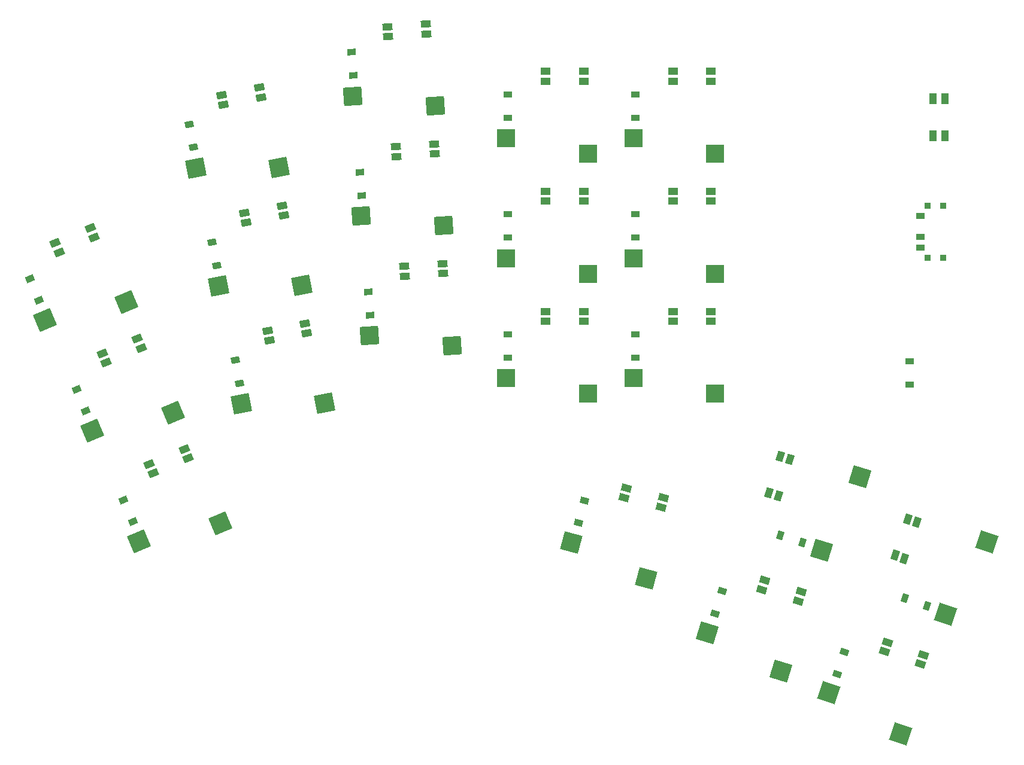
<source format=gbr>
%TF.GenerationSoftware,KiCad,Pcbnew,9.0.5*%
%TF.CreationDate,2025-11-08T17:13:18+10:00*%
%TF.ProjectId,badWingsLeft,62616457-696e-4677-934c-6566742e6b69,v1.0.0*%
%TF.SameCoordinates,Original*%
%TF.FileFunction,Paste,Bot*%
%TF.FilePolarity,Positive*%
%FSLAX46Y46*%
G04 Gerber Fmt 4.6, Leading zero omitted, Abs format (unit mm)*
G04 Created by KiCad (PCBNEW 9.0.5) date 2025-11-08 17:13:18*
%MOMM*%
%LPD*%
G01*
G04 APERTURE LIST*
G04 Aperture macros list*
%AMRotRect*
0 Rectangle, with rotation*
0 The origin of the aperture is its center*
0 $1 length*
0 $2 width*
0 $3 Rotation angle, in degrees counterclockwise*
0 Add horizontal line*
21,1,$1,$2,0,0,$3*%
G04 Aperture macros list end*
%ADD10R,0.900000X0.900000*%
%ADD11R,1.250000X0.900000*%
%ADD12RotRect,2.600000X2.600000X184.000000*%
%ADD13R,1.000000X1.550000*%
%ADD14RotRect,2.600000X2.600000X203.000000*%
%ADD15RotRect,2.600000X2.600000X191.000000*%
%ADD16RotRect,2.600000X2.600000X165.000000*%
%ADD17R,2.600000X2.600000*%
%ADD18RotRect,2.600000X2.600000X253.000000*%
%ADD19RotRect,2.600000X2.600000X163.000000*%
%ADD20RotRect,2.600000X2.600000X251.000000*%
%ADD21RotRect,2.600000X2.600000X161.000000*%
%ADD22RotRect,0.900000X1.200000X251.000000*%
%ADD23R,1.200000X0.900000*%
%ADD24RotRect,1.400000X1.000000X191.000000*%
%ADD25R,1.400000X1.000000*%
%ADD26RotRect,1.400000X1.000000X203.000000*%
%ADD27RotRect,0.900000X1.200000X281.000000*%
%ADD28RotRect,1.400000X1.000000X165.000000*%
%ADD29RotRect,0.900000X1.200000X274.000000*%
%ADD30RotRect,1.400000X1.000000X253.000000*%
%ADD31RotRect,0.900000X1.200000X341.000000*%
%ADD32RotRect,1.400000X1.000000X161.000000*%
%ADD33RotRect,1.400000X1.000000X184.000000*%
%ADD34RotRect,1.400000X1.000000X163.000000*%
%ADD35RotRect,0.900000X1.200000X293.000000*%
%ADD36RotRect,0.900000X1.200000X343.000000*%
%ADD37RotRect,0.900000X1.200000X253.000000*%
%ADD38RotRect,0.900000X1.200000X255.000000*%
%ADD39RotRect,1.400000X1.000000X251.000000*%
G04 APERTURE END LIST*
D10*
%TO.C,T1*%
X183854703Y-143672470D03*
X181654714Y-143672470D03*
X183854702Y-151072472D03*
X181654713Y-151072472D03*
D11*
X180679707Y-145122471D03*
X180679708Y-148122472D03*
X180679708Y-149622471D03*
%TD*%
D12*
%TO.C,S8*%
X113272052Y-146535500D03*
X101596724Y-145146542D03*
%TD*%
D13*
%TO.C,B1*%
X184144707Y-128547483D03*
X184144707Y-133797483D03*
X182444707Y-128547483D03*
X182444707Y-133797483D03*
%TD*%
D14*
%TO.C,S1*%
X81683039Y-188677293D03*
X70191598Y-191165126D03*
%TD*%
D15*
%TO.C,S4*%
X96441532Y-171682037D03*
X84683962Y-171726302D03*
%TD*%
%TO.C,S6*%
X89954036Y-138306701D03*
X78196466Y-138350966D03*
%TD*%
D16*
%TO.C,S16*%
X141898160Y-196467351D03*
X131311119Y-191352947D03*
%TD*%
D15*
%TO.C,S5*%
X93197795Y-154994365D03*
X81440225Y-155038630D03*
%TD*%
D12*
%TO.C,S7*%
X114457930Y-163494091D03*
X102782602Y-162105133D03*
%TD*%
D14*
%TO.C,S3*%
X68398167Y-157380138D03*
X56906726Y-159867971D03*
%TD*%
D17*
%TO.C,S13*%
X151649713Y-170322470D03*
X140099715Y-168122470D03*
%TD*%
D18*
%TO.C,S18*%
X172157038Y-182054906D03*
X166676268Y-192457007D03*
%TD*%
D17*
%TO.C,S14*%
X151649705Y-153322487D03*
X140099707Y-151122487D03*
%TD*%
%TO.C,S15*%
X151649711Y-136322482D03*
X140099713Y-134122482D03*
%TD*%
D12*
%TO.C,S9*%
X112086210Y-129576906D03*
X100410882Y-128187948D03*
%TD*%
D17*
%TO.C,S12*%
X133649721Y-136322471D03*
X122099723Y-134122471D03*
%TD*%
%TO.C,S11*%
X133649727Y-153322465D03*
X122099729Y-151122465D03*
%TD*%
D19*
%TO.C,S17*%
X160937403Y-209603359D03*
X150535302Y-204122589D03*
%TD*%
D14*
%TO.C,S2*%
X75040601Y-173028725D03*
X63549160Y-175516558D03*
%TD*%
D20*
%TO.C,S20*%
X190054503Y-191314300D03*
X184214044Y-201518790D03*
%TD*%
D17*
%TO.C,S10*%
X133649708Y-170322462D03*
X122099710Y-168122462D03*
%TD*%
D21*
%TO.C,S19*%
X177880286Y-218454386D03*
X167675796Y-212613927D03*
%TD*%
D22*
%TO.C,D19*%
X169954331Y-206841257D03*
X168879957Y-209961469D03*
%TD*%
D23*
%TO.C,D13*%
X140374717Y-161922463D03*
X140374717Y-165222463D03*
%TD*%
D24*
%TO.C,LED6*%
X81865882Y-128010821D03*
X82133016Y-129385099D03*
X87433802Y-128354731D03*
X87166668Y-126980453D03*
%TD*%
D25*
%TO.C,LED11*%
X127674709Y-141672471D03*
X127674709Y-143072471D03*
X133074709Y-143072471D03*
X133074709Y-141672471D03*
%TD*%
D23*
%TO.C,D10*%
X122374715Y-161922475D03*
X122374715Y-165222475D03*
%TD*%
D26*
%TO.C,LED3*%
X58346132Y-148990863D03*
X58893159Y-150279569D03*
X63863882Y-148169621D03*
X63316855Y-146880915D03*
%TD*%
D23*
%TO.C,D11*%
X122374711Y-144922468D03*
X122374711Y-148222468D03*
%TD*%
%TO.C,D14*%
X140374697Y-144922462D03*
X140374697Y-148222462D03*
%TD*%
D27*
%TO.C,D5*%
X80527147Y-148900079D03*
X81156817Y-152139449D03*
%TD*%
D28*
%TO.C,LED16*%
X139141978Y-183667888D03*
X138779631Y-185020185D03*
X143995630Y-186417808D03*
X144357977Y-185065511D03*
%TD*%
D29*
%TO.C,D7*%
X102624418Y-155901057D03*
X102854614Y-159193019D03*
%TD*%
D30*
%TO.C,LED18*%
X159269157Y-184362698D03*
X160607984Y-184772018D03*
X162186791Y-179607972D03*
X160847964Y-179198652D03*
%TD*%
D29*
%TO.C,D9*%
X100252725Y-121983875D03*
X100482921Y-125275837D03*
%TD*%
D24*
%TO.C,LED5*%
X85109647Y-144698510D03*
X85376781Y-146072788D03*
X90677567Y-145042420D03*
X90410433Y-143668142D03*
%TD*%
D31*
%TO.C,D20*%
X178441368Y-199240243D03*
X181561580Y-200314617D03*
%TD*%
D32*
%TO.C,LED19*%
X176023663Y-205493821D03*
X175567866Y-206817552D03*
X180673667Y-208575615D03*
X181129464Y-207251884D03*
%TD*%
D33*
%TO.C,LED8*%
X106498958Y-135330667D03*
X106596616Y-136727256D03*
X111983462Y-136350571D03*
X111885804Y-134953982D03*
%TD*%
D23*
%TO.C,D21*%
X179174706Y-169022473D03*
X179174706Y-165722473D03*
%TD*%
D27*
%TO.C,D4*%
X83770896Y-165587741D03*
X84400566Y-168827111D03*
%TD*%
D34*
%TO.C,LED17*%
X158629595Y-196715469D03*
X158220275Y-198054296D03*
X163384321Y-199633103D03*
X163793641Y-198294276D03*
%TD*%
D24*
%TO.C,LED4*%
X88353381Y-161386160D03*
X88620515Y-162760438D03*
X93921301Y-161730070D03*
X93654167Y-160355792D03*
%TD*%
D35*
%TO.C,D1*%
X68022199Y-185350531D03*
X69311611Y-188388197D03*
%TD*%
D26*
%TO.C,LED1*%
X71631005Y-180288035D03*
X72178032Y-181576741D03*
X77148755Y-179466793D03*
X76601728Y-178178087D03*
%TD*%
D35*
%TO.C,D2*%
X61379783Y-169701976D03*
X62669195Y-172739642D03*
%TD*%
D33*
%TO.C,LED7*%
X107684814Y-152289271D03*
X107782472Y-153685860D03*
X113169318Y-153309175D03*
X113071660Y-151912586D03*
%TD*%
D25*
%TO.C,LED15*%
X145674703Y-124672473D03*
X145674703Y-126072473D03*
X151074703Y-126072473D03*
X151074703Y-124672473D03*
%TD*%
D27*
%TO.C,D6*%
X77283392Y-132212394D03*
X77913062Y-135451764D03*
%TD*%
D25*
%TO.C,LED10*%
X127674712Y-158672477D03*
X127674712Y-160072477D03*
X133074712Y-160072477D03*
X133074712Y-158672477D03*
%TD*%
D29*
%TO.C,D8*%
X101438568Y-138942469D03*
X101668764Y-142234431D03*
%TD*%
D36*
%TO.C,D18*%
X160827566Y-190381326D03*
X163983372Y-191346152D03*
%TD*%
D25*
%TO.C,LED14*%
X145674719Y-141672458D03*
X145674719Y-143072458D03*
X151074719Y-143072458D03*
X151074719Y-141672458D03*
%TD*%
D37*
%TO.C,D17*%
X152610973Y-198273903D03*
X151646147Y-201429709D03*
%TD*%
D38*
%TO.C,D16*%
X133181409Y-185435401D03*
X132327309Y-188622957D03*
%TD*%
D23*
%TO.C,D15*%
X140374719Y-127922470D03*
X140374719Y-131222470D03*
%TD*%
D25*
%TO.C,LED13*%
X145674720Y-158672464D03*
X145674720Y-160072464D03*
X151074720Y-160072464D03*
X151074720Y-158672464D03*
%TD*%
D33*
%TO.C,LED9*%
X105313096Y-118372078D03*
X105410754Y-119768667D03*
X110797600Y-119391982D03*
X110699942Y-117995393D03*
%TD*%
D25*
%TO.C,LED12*%
X127674714Y-124672468D03*
X127674714Y-126072468D03*
X133074714Y-126072468D03*
X133074714Y-124672468D03*
%TD*%
D39*
%TO.C,LED20*%
X177093956Y-193170893D03*
X178417687Y-193626690D03*
X180175750Y-188520889D03*
X178852019Y-188065092D03*
%TD*%
D23*
%TO.C,D12*%
X122374717Y-127922465D03*
X122374717Y-131222465D03*
%TD*%
D35*
%TO.C,D3*%
X54737350Y-154053394D03*
X56026762Y-157091060D03*
%TD*%
D26*
%TO.C,LED2*%
X64988565Y-164639456D03*
X65535592Y-165928162D03*
X70506315Y-163818214D03*
X69959288Y-162529508D03*
%TD*%
M02*

</source>
